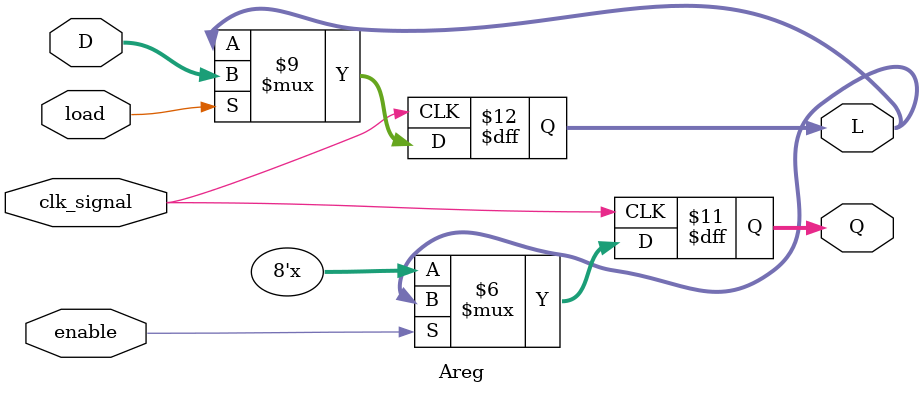
<source format=v>
`timescale 1ns / 1ps

module Areg(
output reg [7:0] Q,
output reg[7:0] L,
input [7:0] D,
input clk_signal,
input enable,
input load
);


always @(negedge clk_signal) begin
	if (load == 1) //Loading value into L (L is an intermediate value)
		L=D;
end
always @(posedge clk_signal) begin
	if (enable == 1)//setting output to whatever L was whenever we enable it
		Q=L;
	else
		Q=8'bzzzzzzzz;
	end
endmodule
</source>
